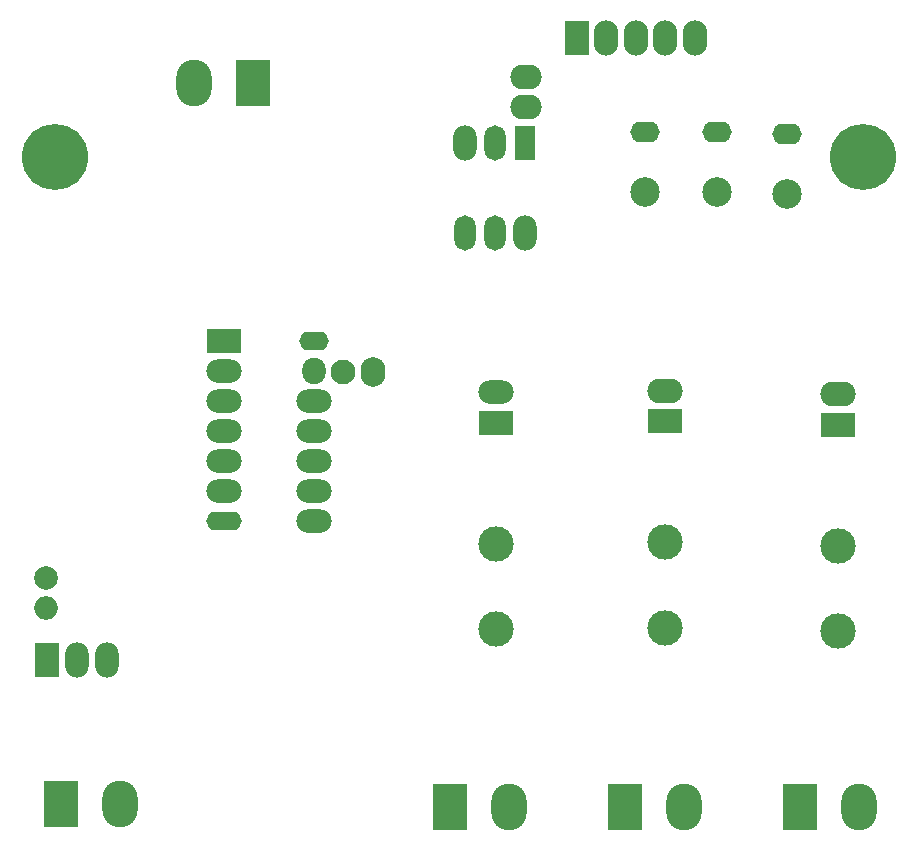
<source format=gbr>
%TF.GenerationSoftware,KiCad,Pcbnew,6.0.11+dfsg-1*%
%TF.CreationDate,2023-04-18T18:28:48-05:00*%
%TF.ProjectId,power_control,706f7765-725f-4636-9f6e-74726f6c2e6b,rev?*%
%TF.SameCoordinates,Original*%
%TF.FileFunction,Soldermask,Top*%
%TF.FilePolarity,Negative*%
%FSLAX46Y46*%
G04 Gerber Fmt 4.6, Leading zero omitted, Abs format (unit mm)*
G04 Created by KiCad (PCBNEW 6.0.11+dfsg-1) date 2023-04-18 18:28:48*
%MOMM*%
%LPD*%
G01*
G04 APERTURE LIST*
%ADD10R,3.000000X3.960000*%
%ADD11O,3.000000X3.960000*%
%ADD12C,2.500000*%
%ADD13O,2.500000X1.750000*%
%ADD14C,5.600000*%
%ADD15R,1.800000X3.000000*%
%ADD16O,1.800000X3.000000*%
%ADD17O,2.000000X3.000000*%
%ADD18C,3.000000*%
%ADD19R,3.000000X2.000000*%
%ADD20O,3.000000X2.100000*%
%ADD21O,3.000000X2.000000*%
%ADD22O,3.000000X1.600000*%
%ADD23O,2.000000X2.250000*%
%ADD24O,2.500000X1.600000*%
%ADD25C,2.100000*%
%ADD26O,2.100000X2.500000*%
%ADD27R,2.000000X3.000000*%
%ADD28R,2.050000X3.000000*%
%ADD29O,2.050000X3.000000*%
%ADD30R,3.000000X2.100000*%
%ADD31C,2.000000*%
%ADD32O,2.000000X2.000000*%
%ADD33O,2.650000X2.100000*%
G04 APERTURE END LIST*
D10*
%TO.C,J_wpump1*%
X179411500Y-108439000D03*
D11*
X184411500Y-108439000D03*
%TD*%
D10*
%TO.C,J_fan1*%
X194183000Y-108458000D03*
D11*
X199183000Y-108458000D03*
%TD*%
D12*
%TO.C,R2*%
X187198000Y-56388000D03*
D13*
X187198000Y-51308000D03*
%TD*%
D14*
%TO.C,H4*%
X131114800Y-53390800D03*
%TD*%
%TO.C,H2*%
X199491600Y-53390800D03*
%TD*%
D15*
%TO.C,U3*%
X170892400Y-52198100D03*
D16*
X168352400Y-52198100D03*
D17*
X165812400Y-52198100D03*
D16*
X165812400Y-59818100D03*
X168352400Y-59818100D03*
D17*
X170892400Y-59818100D03*
%TD*%
D18*
%TO.C,U_wpump1*%
X182765700Y-86004400D03*
X182765700Y-93243400D03*
D19*
X182765700Y-75758400D03*
D20*
X182765700Y-73177400D03*
%TD*%
D19*
%TO.C,U1*%
X145400000Y-68975000D03*
D21*
X145400000Y-71515000D03*
X145400000Y-74055000D03*
X145400000Y-76595000D03*
X145400000Y-79135000D03*
X145400000Y-81675000D03*
D22*
X145400000Y-84215000D03*
D21*
X153020000Y-84215000D03*
X153020000Y-81675000D03*
X153020000Y-79135000D03*
X153020000Y-76595000D03*
X153020000Y-74055000D03*
D23*
X153020000Y-71515000D03*
D24*
X153020000Y-68975000D03*
%TD*%
D10*
%TO.C,OUT2*%
X131635000Y-108200000D03*
D11*
X136635000Y-108200000D03*
%TD*%
D25*
%TO.C,R6*%
X155490000Y-71600000D03*
D26*
X158030000Y-71600000D03*
%TD*%
D27*
%TO.C,Q2*%
X130460000Y-96000000D03*
D17*
X133000000Y-96000000D03*
X135540000Y-96000000D03*
%TD*%
D28*
%TO.C,J1*%
X175300000Y-43300000D03*
D29*
X177800000Y-43300000D03*
X180300000Y-43300000D03*
X182800000Y-43300000D03*
X185300000Y-43300000D03*
%TD*%
D12*
%TO.C,R1*%
X181051200Y-56388000D03*
D13*
X181051200Y-51308000D03*
%TD*%
D18*
%TO.C,U_fan1*%
X197446900Y-86309200D03*
X197446900Y-93548200D03*
D30*
X197446900Y-76063200D03*
D20*
X197446900Y-73482200D03*
%TD*%
D12*
%TO.C,R9*%
X193090800Y-56489600D03*
D13*
X193090800Y-51409600D03*
%TD*%
D10*
%TO.C,5V1*%
X147878800Y-47091600D03*
D11*
X142878800Y-47091600D03*
%TD*%
D10*
%TO.C,J_oxygen1*%
X164545000Y-108458000D03*
D11*
X169545000Y-108458000D03*
%TD*%
D31*
%TO.C,R8*%
X130400000Y-89035000D03*
D32*
X130400000Y-91575000D03*
%TD*%
D18*
%TO.C,U_oxygen1*%
X168427400Y-86144100D03*
X168427400Y-93383100D03*
D19*
X168427400Y-75898100D03*
D21*
X168427400Y-73317100D03*
%TD*%
D33*
%TO.C,R4*%
X170967400Y-46598100D03*
X170967400Y-49138100D03*
%TD*%
M02*

</source>
